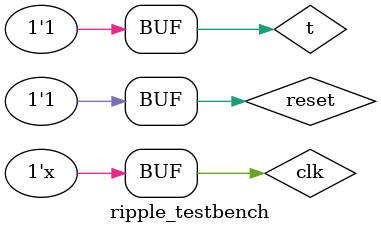
<source format=v>
`timescale 1ns / 1ps


module ripple_testbench;

	// Inputs
	reg t;
	reg clk;
	reg reset;

	// Outputs
	wire [7:0] q;

	// Instantiate the Unit Under Test (UUT)
	ripplecounter uut (
		.q(q), 
		.t(t), 
		.clk(clk), 
		.reset(reset)
	);

	initial begin
		// Initialize Inputs
		t = 1;
		clk = 0;
		reset = 0;

		// Wait 100 ns for global reset to finish
		#100;
        
		// Add stimulus here

	end
		always #2 reset = 1;
		always #10 clk = ~clk;
endmodule


</source>
